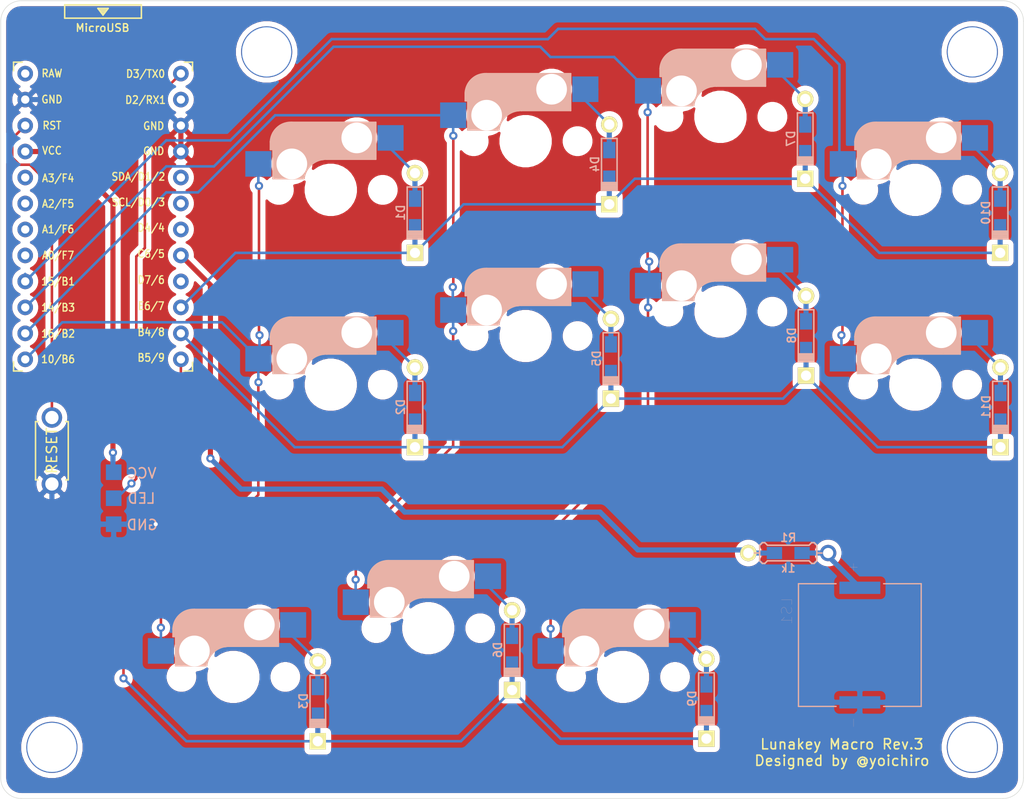
<source format=kicad_pcb>
(kicad_pcb (version 20171130) (host pcbnew "(5.1.7-0-10_14)")
  (title_block (title "Lunakey Macro") (rev 3) (company "Yoichiro Tanaka"))
  (layers (0 F.Cu signal) (31 B.Cu signal) (34 B.Paste user) (35 F.Paste user) (36 B.SilkS user) (37 F.SilkS user) (38 B.Mask user) (39 F.Mask user) (44 Edge.Cuts user))
  (net 0 "")
  (net 1 "Net-(D1-Pad2)")
  (net 2 row0)
  (net 3 row1)
  (net 4 "Net-(D2-Pad2)")
  (net 5 row2)
  (net 6 "Net-(D3-Pad2)")
  (net 7 "Net-(D4-Pad2)")
  (net 8 "Net-(D5-Pad2)")
  (net 9 "Net-(D6-Pad2)")
  (net 10 "Net-(D7-Pad2)")
  (net 11 "Net-(D8-Pad2)")
  (net 12 "Net-(D9-Pad2)")
  (net 13 "Net-(D10-Pad2)")
  (net 14 "Net-(D11-Pad2)")
  (net 15 GND)
  (net 16 led)
  (net 17 VCC)
  (net 18 "Net-(LS1-PadP)")
  (net 19 audio)
  (net 20 col0)
  (net 21 col1)
  (net 22 col2)
  (net 23 col3)
  (net 24 reset)
  (net 25 "Net-(U1-Pad2)")
  (net 26 "Net-(U1-Pad5)")
  (net 27 "Net-(U1-Pad6)")
  (net 28 "Net-(U1-Pad7)")
  (net 29 "Net-(U1-Pad9)")
  (net 30 "Net-(U1-Pad18)")
  (net 31 "Net-(U1-Pad19)")
  (net 32 "Net-(U1-Pad20)")
  (net 33 "Net-(U1-Pad24)")
  (net 34 "Net-(U1-Pad17)")
  (module kbd:HOLE (layer F.Cu) (at 130.83 66.9225)
    (fp_text reference Ref**)
    (fp_text value Val**)
    (pad "" np_thru_hole circle (at 0 0) (size 5 5) (drill 4.8) (layers *.Cu *.Mask))
  )
  (module kbd:HOLE (layer F.Cu) (at 109.83 134.9225)
    (fp_text reference Ref**)
    (fp_text value Val**)
    (pad "" np_thru_hole circle (at 0 0) (size 5 5) (drill 4.8) (layers *.Cu *.Mask))
  )
  (module kbd:HOLE (layer F.Cu) (at 199.83 134.9225)
    (fp_text reference Ref**)
    (fp_text value Val**)
    (pad "" np_thru_hole circle (at 0 0) (size 5 5) (drill 4.8) (layers *.Cu *.Mask))
  )
  (module kbd:HOLE (layer F.Cu) (at 199.83 66.9225)
    (fp_text reference Ref**)
    (fp_text value Val**)
    (pad "" np_thru_hole circle (at 0 0) (size 5 5) (drill 4.8) (layers *.Cu *.Mask))
  )
  (module Keebio-Parts:Diode-Hybrid-Back (layer F.Cu) (at 145.33 82.6725 270)
    (fp_text reference D1 (at -0.0254 1.4 90) (layer B.SilkS) (effects (font (size 0.8 0.8)) (justify mirror)))
    (fp_text value D hide)
    (pad 2 smd rect (at -2.5 0 270) (size 2.9 0.5) (layers B.Cu) (net 1 "Net-(D1-Pad2)"))
    (pad 2 smd rect (at -1.4 0 270) (size 1.6 1.2) (layers B.Cu B.Paste B.Mask) (net 1 "Net-(D1-Pad2)"))
    (pad 1 smd rect (at 1.4 0 270) (size 1.6 1.2) (layers B.Cu B.Paste B.Mask) (net 2 row0))
    (pad 1 smd rect (at 2.5 0 270) (size 2.9 0.5) (layers B.Cu) (net 2 row0))
    (pad 2 thru_hole circle (at -3.9 0 270) (size 1.6 1.6) (drill 1) (layers *.Cu *.Mask F.SilkS) (net 1 "Net-(D1-Pad2)"))
    (pad 1 thru_hole rect (at 3.9 0 270) (size 1.6 1.6) (drill 1) (layers *.Cu *.Mask F.SilkS) (net 2 row0))
  )
  (module Keebio-Parts:Diode-Hybrid-Back (layer F.Cu) (at 145.33 101.6725 270)
    (fp_text reference D2 (at -0.0254 1.4 90) (layer B.SilkS) (effects (font (size 0.8 0.8)) (justify mirror)))
    (fp_text value D hide)
    (pad 1 thru_hole rect (at 3.9 0 270) (size 1.6 1.6) (drill 1) (layers *.Cu *.Mask F.SilkS) (net 3 row1))
    (pad 2 thru_hole circle (at -3.9 0 270) (size 1.6 1.6) (drill 1) (layers *.Cu *.Mask F.SilkS) (net 4 "Net-(D2-Pad2)"))
    (pad 1 smd rect (at 2.5 0 270) (size 2.9 0.5) (layers B.Cu) (net 3 row1))
    (pad 1 smd rect (at 1.4 0 270) (size 1.6 1.2) (layers B.Cu B.Paste B.Mask) (net 3 row1))
    (pad 2 smd rect (at -1.4 0 270) (size 1.6 1.2) (layers B.Cu B.Paste B.Mask) (net 4 "Net-(D2-Pad2)"))
    (pad 2 smd rect (at -2.5 0 270) (size 2.9 0.5) (layers B.Cu) (net 4 "Net-(D2-Pad2)"))
  )
  (module Keebio-Parts:Diode-Hybrid-Back (layer F.Cu) (at 135.83 130.4225 270)
    (fp_text reference D3 (at -0.0254 1.4 90) (layer B.SilkS) (effects (font (size 0.8 0.8)) (justify mirror)))
    (fp_text value D hide)
    (pad 1 thru_hole rect (at 3.9 0 270) (size 1.6 1.6) (drill 1) (layers *.Cu *.Mask F.SilkS) (net 5 row2))
    (pad 2 thru_hole circle (at -3.9 0 270) (size 1.6 1.6) (drill 1) (layers *.Cu *.Mask F.SilkS) (net 6 "Net-(D3-Pad2)"))
    (pad 1 smd rect (at 2.5 0 270) (size 2.9 0.5) (layers B.Cu) (net 5 row2))
    (pad 1 smd rect (at 1.4 0 270) (size 1.6 1.2) (layers B.Cu B.Paste B.Mask) (net 5 row2))
    (pad 2 smd rect (at -1.4 0 270) (size 1.6 1.2) (layers B.Cu B.Paste B.Mask) (net 6 "Net-(D3-Pad2)"))
    (pad 2 smd rect (at -2.5 0 270) (size 2.9 0.5) (layers B.Cu) (net 6 "Net-(D3-Pad2)"))
  )
  (module Keebio-Parts:Diode-Hybrid-Back (layer F.Cu) (at 164.33 77.9225 270)
    (fp_text reference D4 (at -0.0254 1.4 90) (layer B.SilkS) (effects (font (size 0.8 0.8)) (justify mirror)))
    (fp_text value D hide)
    (pad 1 thru_hole rect (at 3.9 0 270) (size 1.6 1.6) (drill 1) (layers *.Cu *.Mask F.SilkS) (net 2 row0))
    (pad 2 thru_hole circle (at -3.9 0 270) (size 1.6 1.6) (drill 1) (layers *.Cu *.Mask F.SilkS) (net 7 "Net-(D4-Pad2)"))
    (pad 1 smd rect (at 2.5 0 270) (size 2.9 0.5) (layers B.Cu) (net 2 row0))
    (pad 1 smd rect (at 1.4 0 270) (size 1.6 1.2) (layers B.Cu B.Paste B.Mask) (net 2 row0))
    (pad 2 smd rect (at -1.4 0 270) (size 1.6 1.2) (layers B.Cu B.Paste B.Mask) (net 7 "Net-(D4-Pad2)"))
    (pad 2 smd rect (at -2.5 0 270) (size 2.9 0.5) (layers B.Cu) (net 7 "Net-(D4-Pad2)"))
  )
  (module Keebio-Parts:Diode-Hybrid-Back (layer F.Cu) (at 164.49 96.9225 270)
    (fp_text reference D5 (at -0.0254 1.4 90) (layer B.SilkS) (effects (font (size 0.8 0.8)) (justify mirror)))
    (fp_text value D hide)
    (pad 1 thru_hole rect (at 3.9 0 270) (size 1.6 1.6) (drill 1) (layers *.Cu *.Mask F.SilkS) (net 3 row1))
    (pad 2 thru_hole circle (at -3.9 0 270) (size 1.6 1.6) (drill 1) (layers *.Cu *.Mask F.SilkS) (net 8 "Net-(D5-Pad2)"))
    (pad 1 smd rect (at 2.5 0 270) (size 2.9 0.5) (layers B.Cu) (net 3 row1))
    (pad 1 smd rect (at 1.4 0 270) (size 1.6 1.2) (layers B.Cu B.Paste B.Mask) (net 3 row1))
    (pad 2 smd rect (at -1.4 0 270) (size 1.6 1.2) (layers B.Cu B.Paste B.Mask) (net 8 "Net-(D5-Pad2)"))
    (pad 2 smd rect (at -2.5 0 270) (size 2.9 0.5) (layers B.Cu) (net 8 "Net-(D5-Pad2)"))
  )
  (module Keebio-Parts:Diode-Hybrid-Back (layer F.Cu) (at 154.83 125.4225 270)
    (fp_text reference D6 (at -0.0254 1.4 90) (layer B.SilkS) (effects (font (size 0.8 0.8)) (justify mirror)))
    (fp_text value D hide)
    (pad 1 thru_hole rect (at 3.9 0 270) (size 1.6 1.6) (drill 1) (layers *.Cu *.Mask F.SilkS) (net 5 row2))
    (pad 2 thru_hole circle (at -3.9 0 270) (size 1.6 1.6) (drill 1) (layers *.Cu *.Mask F.SilkS) (net 9 "Net-(D6-Pad2)"))
    (pad 1 smd rect (at 2.5 0 270) (size 2.9 0.5) (layers B.Cu) (net 5 row2))
    (pad 1 smd rect (at 1.4 0 270) (size 1.6 1.2) (layers B.Cu B.Paste B.Mask) (net 5 row2))
    (pad 2 smd rect (at -1.4 0 270) (size 1.6 1.2) (layers B.Cu B.Paste B.Mask) (net 9 "Net-(D6-Pad2)"))
    (pad 2 smd rect (at -2.5 0 270) (size 2.9 0.5) (layers B.Cu) (net 9 "Net-(D6-Pad2)"))
  )
  (module Keebio-Parts:Diode-Hybrid-Back (layer F.Cu) (at 183.49 75.4225 270)
    (fp_text reference D7 (at -0.0254 1.4 90) (layer B.SilkS) (effects (font (size 0.8 0.8)) (justify mirror)))
    (fp_text value D hide)
    (pad 2 smd rect (at -2.5 0 270) (size 2.9 0.5) (layers B.Cu) (net 10 "Net-(D7-Pad2)"))
    (pad 2 smd rect (at -1.4 0 270) (size 1.6 1.2) (layers B.Cu B.Paste B.Mask) (net 10 "Net-(D7-Pad2)"))
    (pad 1 smd rect (at 1.4 0 270) (size 1.6 1.2) (layers B.Cu B.Paste B.Mask) (net 2 row0))
    (pad 1 smd rect (at 2.5 0 270) (size 2.9 0.5) (layers B.Cu) (net 2 row0))
    (pad 2 thru_hole circle (at -3.9 0 270) (size 1.6 1.6) (drill 1) (layers *.Cu *.Mask F.SilkS) (net 10 "Net-(D7-Pad2)"))
    (pad 1 thru_hole rect (at 3.9 0 270) (size 1.6 1.6) (drill 1) (layers *.Cu *.Mask F.SilkS) (net 2 row0))
  )
  (module Keebio-Parts:Diode-Hybrid-Back (layer F.Cu) (at 183.57 94.6725 270)
    (fp_text reference D8 (at -0.0254 1.4 90) (layer B.SilkS) (effects (font (size 0.8 0.8)) (justify mirror)))
    (fp_text value D hide)
    (pad 2 smd rect (at -2.5 0 270) (size 2.9 0.5) (layers B.Cu) (net 11 "Net-(D8-Pad2)"))
    (pad 2 smd rect (at -1.4 0 270) (size 1.6 1.2) (layers B.Cu B.Paste B.Mask) (net 11 "Net-(D8-Pad2)"))
    (pad 1 smd rect (at 1.4 0 270) (size 1.6 1.2) (layers B.Cu B.Paste B.Mask) (net 3 row1))
    (pad 1 smd rect (at 2.5 0 270) (size 2.9 0.5) (layers B.Cu) (net 3 row1))
    (pad 2 thru_hole circle (at -3.9 0 270) (size 1.6 1.6) (drill 1) (layers *.Cu *.Mask F.SilkS) (net 11 "Net-(D8-Pad2)"))
    (pad 1 thru_hole rect (at 3.9 0 270) (size 1.6 1.6) (drill 1) (layers *.Cu *.Mask F.SilkS) (net 3 row1))
  )
  (module Keebio-Parts:Diode-Hybrid-Back (layer F.Cu) (at 173.83 130.1725 270)
    (fp_text reference D9 (at -0.0254 1.4 90) (layer B.SilkS) (effects (font (size 0.8 0.8)) (justify mirror)))
    (fp_text value D hide)
    (pad 2 smd rect (at -2.5 0 270) (size 2.9 0.5) (layers B.Cu) (net 12 "Net-(D9-Pad2)"))
    (pad 2 smd rect (at -1.4 0 270) (size 1.6 1.2) (layers B.Cu B.Paste B.Mask) (net 12 "Net-(D9-Pad2)"))
    (pad 1 smd rect (at 1.4 0 270) (size 1.6 1.2) (layers B.Cu B.Paste B.Mask) (net 5 row2))
    (pad 1 smd rect (at 2.5 0 270) (size 2.9 0.5) (layers B.Cu) (net 5 row2))
    (pad 2 thru_hole circle (at -3.9 0 270) (size 1.6 1.6) (drill 1) (layers *.Cu *.Mask F.SilkS) (net 12 "Net-(D9-Pad2)"))
    (pad 1 thru_hole rect (at 3.9 0 270) (size 1.6 1.6) (drill 1) (layers *.Cu *.Mask F.SilkS) (net 5 row2))
  )
  (module Keebio-Parts:Diode-Hybrid-Back (layer F.Cu) (at 202.55 82.6725 270)
    (fp_text reference D10 (at -0.0254 1.4 90) (layer B.SilkS) (effects (font (size 0.8 0.8)) (justify mirror)))
    (fp_text value D hide)
    (pad 2 smd rect (at -2.5 0 270) (size 2.9 0.5) (layers B.Cu) (net 13 "Net-(D10-Pad2)"))
    (pad 2 smd rect (at -1.4 0 270) (size 1.6 1.2) (layers B.Cu B.Paste B.Mask) (net 13 "Net-(D10-Pad2)"))
    (pad 1 smd rect (at 1.4 0 270) (size 1.6 1.2) (layers B.Cu B.Paste B.Mask) (net 2 row0))
    (pad 1 smd rect (at 2.5 0 270) (size 2.9 0.5) (layers B.Cu) (net 2 row0))
    (pad 2 thru_hole circle (at -3.9 0 270) (size 1.6 1.6) (drill 1) (layers *.Cu *.Mask F.SilkS) (net 13 "Net-(D10-Pad2)"))
    (pad 1 thru_hole rect (at 3.9 0 270) (size 1.6 1.6) (drill 1) (layers *.Cu *.Mask F.SilkS) (net 2 row0))
  )
  (module Keebio-Parts:Diode-Hybrid-Back (layer F.Cu) (at 202.58 101.6725 270)
    (fp_text reference D11 (at -0.0254 1.4 90) (layer B.SilkS) (effects (font (size 0.8 0.8)) (justify mirror)))
    (fp_text value D hide)
    (pad 2 smd rect (at -2.5 0 270) (size 2.9 0.5) (layers B.Cu) (net 14 "Net-(D11-Pad2)"))
    (pad 2 smd rect (at -1.4 0 270) (size 1.6 1.2) (layers B.Cu B.Paste B.Mask) (net 14 "Net-(D11-Pad2)"))
    (pad 1 smd rect (at 1.4 0 270) (size 1.6 1.2) (layers B.Cu B.Paste B.Mask) (net 3 row1))
    (pad 1 smd rect (at 2.5 0 270) (size 2.9 0.5) (layers B.Cu) (net 3 row1))
    (pad 2 thru_hole circle (at -3.9 0 270) (size 1.6 1.6) (drill 1) (layers *.Cu *.Mask F.SilkS) (net 14 "Net-(D11-Pad2)"))
    (pad 1 thru_hole rect (at 3.9 0 270) (size 1.6 1.6) (drill 1) (layers *.Cu *.Mask F.SilkS) (net 3 row1))
  )
  (module kbd:StripLED_1side (layer B.Cu) (at 115.87 108.0225 180)
    (fp_text reference J1 hide)
    (fp_text value Conn_01x03 hide)
    (fp_text user VCC (at -2.75 -0.1) (layer B.SilkS) (effects (justify mirror)))
    (fp_text user LED (at -2.71 -2.56) (layer B.SilkS) (effects (justify mirror)))
    (fp_text user GND (at -2.8 -5.15) (layer B.SilkS) (effects (justify mirror)))
    (pad 3 smd rect (at 0 -5.08 180) (size 1.524 1.524) (layers B.Cu B.Mask) (net 15 GND))
    (pad 2 smd rect (at 0 -2.54 180) (size 1.524 1.524) (layers B.Cu B.Mask) (net 16 led))
    (pad 1 smd rect (at 0 0 180) (size 1.524 1.524) (layers B.Cu B.Mask) (net 17 VCC))
  )
  (module PKLCS1212E4001-R1:SPKR_PKLCS1212E4001-R1 (layer B.Cu) (at 188.83 124.9225 270)
    (fp_text reference LS1 (at -3.325 7.135 90) (layer B.SilkS) (effects (font (thickness 0.015)) (justify mirror)))
    (fp_text value PKLCS1212E4001-R1)
    (fp_text user + (at -7.6 0.7 90) (layer B.SilkS) (effects (font (thickness 0.015)) (justify mirror)))
    (fp_text user - (at 7.6 0.7 90) (layer B.SilkS) (effects (font (thickness 0.015)) (justify mirror)))
    (pad P smd rect (at -5.6 0 270) (size 1.2 4) (layers B.Cu B.Paste B.Mask) (net 18 "Net-(LS1-PadP)"))
    (pad N smd rect (at 5.6 0 270) (size 1.2 4) (layers B.Cu B.Paste B.Mask) (net 15 GND))
  )
  (module Keebio-Parts:Resistor-Hybrid-Back (layer F.Cu) (at 181.83 115.9225)
    (fp_text reference R1 (at 0 -1.5) (layer B.SilkS) (effects (font (size 0.8 0.8)) (justify mirror)))
    (fp_text value 1k (at 0 1.48828) (layer B.SilkS) (effects (font (size 0.8 0.8)) (justify mirror)))
    (pad 2 smd rect (at -2.5 0) (size 2.9 0.5) (layers B.Cu) (net 19 audio))
    (pad 2 smd rect (at -1.35 0) (size 1.5 1.2) (layers B.Cu B.Paste B.Mask) (net 19 audio))
    (pad 1 smd rect (at 1.35 0) (size 1.5 1.2) (layers B.Cu B.Paste B.Mask) (net 18 "Net-(LS1-PadP)"))
    (pad 1 smd rect (at 2.5 0) (size 2.9 0.5) (layers B.Cu) (net 18 "Net-(LS1-PadP)"))
    (pad 2 thru_hole circle (at -3.9 0) (size 1.6 1.6) (drill 1) (layers *.Cu *.Mask F.SilkS) (net 19 audio))
    (pad 1 thru_hole circle (at 3.9 0) (size 1.6 1.6) (drill 1) (layers *.Cu *.Mask) (net 18 "Net-(LS1-PadP)"))
  )
  (module kbd:CherryMX_Hotswap (layer F.Cu) (at 137.1 80.4125)
    (fp_text reference SW1 hide)
    (fp_text value SW_PUSH hide)
    (pad 1 smd rect (at -7.085 -2.54 180) (size 2.55 2.5) (layers B.Cu B.Paste B.Mask) (net 20 col0))
    (pad "" np_thru_hole circle (at 0 0 90) (size 4.1 4.1) (drill 4.1) (layers *.Cu *.Mask))
    (pad "" np_thru_hole circle (at 5.08 0) (size 1.9 1.9) (drill 1.9) (layers *.Cu *.Mask))
    (pad "" np_thru_hole circle (at -5.08 0) (size 1.9 1.9) (drill 1.9) (layers *.Cu *.Mask))
    (pad 2 smd rect (at 5.842 -5.08 180) (size 2.55 2.5) (layers B.Cu B.Paste B.Mask) (net 1 "Net-(D1-Pad2)"))
    (pad "" np_thru_hole circle (at -3.81 -2.54) (size 3 3) (drill 3) (layers *.Cu *.Mask))
    (pad "" np_thru_hole circle (at 2.54 -5.08) (size 3 3) (drill 3) (layers *.Cu *.Mask))
  )
  (module kbd:CherryMX_Hotswap (layer F.Cu) (at 137.1 99.4625)
    (fp_text reference SW2 hide)
    (fp_text value SW_PUSH hide)
    (pad "" np_thru_hole circle (at 2.54 -5.08) (size 3 3) (drill 3) (layers *.Cu *.Mask))
    (pad "" np_thru_hole circle (at -3.81 -2.54) (size 3 3) (drill 3) (layers *.Cu *.Mask))
    (pad 2 smd rect (at 5.842 -5.08 180) (size 2.55 2.5) (layers B.Cu B.Paste B.Mask) (net 4 "Net-(D2-Pad2)"))
    (pad "" np_thru_hole circle (at -5.08 0) (size 1.9 1.9) (drill 1.9) (layers *.Cu *.Mask))
    (pad "" np_thru_hole circle (at 5.08 0) (size 1.9 1.9) (drill 1.9) (layers *.Cu *.Mask))
    (pad "" np_thru_hole circle (at 0 0 90) (size 4.1 4.1) (drill 4.1) (layers *.Cu *.Mask))
    (pad 1 smd rect (at -7.085 -2.54 180) (size 2.55 2.5) (layers B.Cu B.Paste B.Mask) (net 20 col0))
  )
  (module kbd:CherryMX_Hotswap (layer F.Cu) (at 127.575 128.0375)
    (fp_text reference SW3 hide)
    (fp_text value SW_PUSH hide)
    (pad "" np_thru_hole circle (at 2.54 -5.08) (size 3 3) (drill 3) (layers *.Cu *.Mask))
    (pad "" np_thru_hole circle (at -3.81 -2.54) (size 3 3) (drill 3) (layers *.Cu *.Mask))
    (pad 2 smd rect (at 5.842 -5.08 180) (size 2.55 2.5) (layers B.Cu B.Paste B.Mask) (net 6 "Net-(D3-Pad2)"))
    (pad "" np_thru_hole circle (at -5.08 0) (size 1.9 1.9) (drill 1.9) (layers *.Cu *.Mask))
    (pad "" np_thru_hole circle (at 5.08 0) (size 1.9 1.9) (drill 1.9) (layers *.Cu *.Mask))
    (pad "" np_thru_hole circle (at 0 0 90) (size 4.1 4.1) (drill 4.1) (layers *.Cu *.Mask))
    (pad 1 smd rect (at -7.085 -2.54 180) (size 2.55 2.5) (layers B.Cu B.Paste B.Mask) (net 20 col0))
  )
  (module kbd:CherryMX_Hotswap (layer F.Cu) (at 156.15 75.6525)
    (fp_text reference SW4 hide)
    (fp_text value SW_PUSH hide)
    (pad 1 smd rect (at -7.085 -2.54 180) (size 2.55 2.5) (layers B.Cu B.Paste B.Mask) (net 21 col1))
    (pad "" np_thru_hole circle (at 0 0 90) (size 4.1 4.1) (drill 4.1) (layers *.Cu *.Mask))
    (pad "" np_thru_hole circle (at 5.08 0) (size 1.9 1.9) (drill 1.9) (layers *.Cu *.Mask))
    (pad "" np_thru_hole circle (at -5.08 0) (size 1.9 1.9) (drill 1.9) (layers *.Cu *.Mask))
    (pad 2 smd rect (at 5.842 -5.08 180) (size 2.55 2.5) (layers B.Cu B.Paste B.Mask) (net 7 "Net-(D4-Pad2)"))
    (pad "" np_thru_hole circle (at -3.81 -2.54) (size 3 3) (drill 3) (layers *.Cu *.Mask))
    (pad "" np_thru_hole circle (at 2.54 -5.08) (size 3 3) (drill 3) (layers *.Cu *.Mask))
  )
  (module kbd:CherryMX_Hotswap (layer F.Cu) (at 156.15 94.7025)
    (fp_text reference SW5 hide)
    (fp_text value SW_PUSH hide)
    (pad 1 smd rect (at -7.085 -2.54 180) (size 2.55 2.5) (layers B.Cu B.Paste B.Mask) (net 21 col1))
    (pad "" np_thru_hole circle (at 0 0 90) (size 4.1 4.1) (drill 4.1) (layers *.Cu *.Mask))
    (pad "" np_thru_hole circle (at 5.08 0) (size 1.9 1.9) (drill 1.9) (layers *.Cu *.Mask))
    (pad "" np_thru_hole circle (at -5.08 0) (size 1.9 1.9) (drill 1.9) (layers *.Cu *.Mask))
    (pad 2 smd rect (at 5.842 -5.08 180) (size 2.55 2.5) (layers B.Cu B.Paste B.Mask) (net 8 "Net-(D5-Pad2)"))
    (pad "" np_thru_hole circle (at -3.81 -2.54) (size 3 3) (drill 3) (layers *.Cu *.Mask))
    (pad "" np_thru_hole circle (at 2.54 -5.08) (size 3 3) (drill 3) (layers *.Cu *.Mask))
  )
  (module kbd:CherryMX_Hotswap (layer F.Cu) (at 146.63 123.2725)
    (fp_text reference SW6 hide)
    (fp_text value SW_PUSH hide)
    (pad 1 smd rect (at -7.085 -2.54 180) (size 2.55 2.5) (layers B.Cu B.Paste B.Mask) (net 21 col1))
    (pad "" np_thru_hole circle (at 0 0 90) (size 4.1 4.1) (drill 4.1) (layers *.Cu *.Mask))
    (pad "" np_thru_hole circle (at 5.08 0) (size 1.9 1.9) (drill 1.9) (layers *.Cu *.Mask))
    (pad "" np_thru_hole circle (at -5.08 0) (size 1.9 1.9) (drill 1.9) (layers *.Cu *.Mask))
    (pad 2 smd rect (at 5.842 -5.08 180) (size 2.55 2.5) (layers B.Cu B.Paste B.Mask) (net 9 "Net-(D6-Pad2)"))
    (pad "" np_thru_hole circle (at -3.81 -2.54) (size 3 3) (drill 3) (layers *.Cu *.Mask))
    (pad "" np_thru_hole circle (at 2.54 -5.08) (size 3 3) (drill 3) (layers *.Cu *.Mask))
  )
  (module kbd:CherryMX_Hotswap (layer F.Cu) (at 175.2 73.27)
    (fp_text reference SW7 hide)
    (fp_text value SW_PUSH hide)
    (pad 1 smd rect (at -7.085 -2.54 180) (size 2.55 2.5) (layers B.Cu B.Paste B.Mask) (net 22 col2))
    (pad "" np_thru_hole circle (at 0 0 90) (size 4.1 4.1) (drill 4.1) (layers *.Cu *.Mask))
    (pad "" np_thru_hole circle (at 5.08 0) (size 1.9 1.9) (drill 1.9) (layers *.Cu *.Mask))
    (pad "" np_thru_hole circle (at -5.08 0) (size 1.9 1.9) (drill 1.9) (layers *.Cu *.Mask))
    (pad 2 smd rect (at 5.842 -5.08 180) (size 2.55 2.5) (layers B.Cu B.Paste B.Mask) (net 10 "Net-(D7-Pad2)"))
    (pad "" np_thru_hole circle (at -3.81 -2.54) (size 3 3) (drill 3) (layers *.Cu *.Mask))
    (pad "" np_thru_hole circle (at 2.54 -5.08) (size 3 3) (drill 3) (layers *.Cu *.Mask))
  )
  (module kbd:CherryMX_Hotswap (layer F.Cu) (at 175.2 92.32)
    (fp_text reference SW8 hide)
    (fp_text value SW_PUSH hide)
    (pad "" np_thru_hole circle (at 2.54 -5.08) (size 3 3) (drill 3) (layers *.Cu *.Mask))
    (pad "" np_thru_hole circle (at -3.81 -2.54) (size 3 3) (drill 3) (layers *.Cu *.Mask))
    (pad 2 smd rect (at 5.842 -5.08 180) (size 2.55 2.5) (layers B.Cu B.Paste B.Mask) (net 11 "Net-(D8-Pad2)"))
    (pad "" np_thru_hole circle (at -5.08 0) (size 1.9 1.9) (drill 1.9) (layers *.Cu *.Mask))
    (pad "" np_thru_hole circle (at 5.08 0) (size 1.9 1.9) (drill 1.9) (layers *.Cu *.Mask))
    (pad "" np_thru_hole circle (at 0 0 90) (size 4.1 4.1) (drill 4.1) (layers *.Cu *.Mask))
    (pad 1 smd rect (at -7.085 -2.54 180) (size 2.55 2.5) (layers B.Cu B.Paste B.Mask) (net 22 col2))
  )
  (module kbd:CherryMX_Hotswap (layer F.Cu) (at 165.68 128.0375)
    (fp_text reference SW9 hide)
    (fp_text value SW_PUSH hide)
    (pad "" np_thru_hole circle (at 2.54 -5.08) (size 3 3) (drill 3) (layers *.Cu *.Mask))
    (pad "" np_thru_hole circle (at -3.81 -2.54) (size 3 3) (drill 3) (layers *.Cu *.Mask))
    (pad 2 smd rect (at 5.842 -5.08 180) (size 2.55 2.5) (layers B.Cu B.Paste B.Mask) (net 12 "Net-(D9-Pad2)"))
    (pad "" np_thru_hole circle (at -5.08 0) (size 1.9 1.9) (drill 1.9) (layers *.Cu *.Mask))
    (pad "" np_thru_hole circle (at 5.08 0) (size 1.9 1.9) (drill 1.9) (layers *.Cu *.Mask))
    (pad "" np_thru_hole circle (at 0 0 90) (size 4.1 4.1) (drill 4.1) (layers *.Cu *.Mask))
    (pad 1 smd rect (at -7.085 -2.54 180) (size 2.55 2.5) (layers B.Cu B.Paste B.Mask) (net 22 col2))
  )
  (module kbd:CherryMX_Hotswap (layer F.Cu) (at 194.25 80.4125)
    (fp_text reference SW10 hide)
    (fp_text value SW_PUSH hide)
    (pad "" np_thru_hole circle (at 2.54 -5.08) (size 3 3) (drill 3) (layers *.Cu *.Mask))
    (pad "" np_thru_hole circle (at -3.81 -2.54) (size 3 3) (drill 3) (layers *.Cu *.Mask))
    (pad 2 smd rect (at 5.842 -5.08 180) (size 2.55 2.5) (layers B.Cu B.Paste B.Mask) (net 13 "Net-(D10-Pad2)"))
    (pad "" np_thru_hole circle (at -5.08 0) (size 1.9 1.9) (drill 1.9) (layers *.Cu *.Mask))
    (pad "" np_thru_hole circle (at 5.08 0) (size 1.9 1.9) (drill 1.9) (layers *.Cu *.Mask))
    (pad "" np_thru_hole circle (at 0 0 90) (size 4.1 4.1) (drill 4.1) (layers *.Cu *.Mask))
    (pad 1 smd rect (at -7.085 -2.54 180) (size 2.55 2.5) (layers B.Cu B.Paste B.Mask) (net 23 col3))
  )
  (module kbd:CherryMX_Hotswap (layer F.Cu) (at 194.25 99.4625)
    (fp_text reference SW11 hide)
    (fp_text value SW_PUSH hide)
    (pad "" np_thru_hole circle (at 2.54 -5.08) (size 3 3) (drill 3) (layers *.Cu *.Mask))
    (pad "" np_thru_hole circle (at -3.81 -2.54) (size 3 3) (drill 3) (layers *.Cu *.Mask))
    (pad 2 smd rect (at 5.842 -5.08 180) (size 2.55 2.5) (layers B.Cu B.Paste B.Mask) (net 14 "Net-(D11-Pad2)"))
    (pad "" np_thru_hole circle (at -5.08 0) (size 1.9 1.9) (drill 1.9) (layers *.Cu *.Mask))
    (pad "" np_thru_hole circle (at 5.08 0) (size 1.9 1.9) (drill 1.9) (layers *.Cu *.Mask))
    (pad "" np_thru_hole circle (at 0 0 90) (size 4.1 4.1) (drill 4.1) (layers *.Cu *.Mask))
    (pad 1 smd rect (at -7.085 -2.54 180) (size 2.55 2.5) (layers B.Cu B.Paste B.Mask) (net 23 col3))
  )
  (module kbd:ResetSW_1side (layer F.Cu) (at 109.83 105.9225 90)
    (fp_text reference SW12 hide)
    (fp_text value RESET_SWITCH)
    (fp_text user RESET (at 0 0 90) (layer F.SilkS))
    (pad 1 thru_hole circle (at 3.25 0 90) (size 2 2) (drill 1.3) (layers *.Cu B.Mask) (net 24 reset))
    (pad 2 thru_hole circle (at -3.25 0 90) (size 2 2) (drill 1.3) (layers *.Cu B.Mask) (net 15 GND))
  )
  (module kbd:ProMicro_v3 (layer F.Cu) (at 114.83 83.5225)
    (fp_text reference U1 hide)
    (fp_text value ProMicro hide)
    (fp_text user MicroUSB (at -0.05 -18.95) (layer F.SilkS) (effects (font (size 0.75 0.75) (thickness 0.12))))
    (fp_text user MicroUSB (at -0.05 -18.95) (layer F.SilkS) (effects (font (size 0.75 0.75) (thickness 0.12))))
    (fp_text user B4/8 (at 4.705 10.8 unlocked) (layer F.SilkS) (effects (font (size 0.75 0.67) (thickness 0.125))))
    (fp_text user D2/RX1 (at 4.155 -11.9 unlocked) (layer F.SilkS) (effects (font (size 0.75 0.67) (thickness 0.125))))
    (fp_text user B5/9 (at 4.705 13.3 unlocked) (layer F.SilkS) (effects (font (size 0.75 0.67) (thickness 0.125))))
    (fp_text user C6/5 (at 4.705 3.15 unlocked) (layer F.SilkS) (effects (font (size 0.75 0.67) (thickness 0.125))))
    (fp_text user SCL/D0/3 (at 3.455 -1.9 unlocked) (layer F.SilkS) (effects (font (size 0.75 0.67) (thickness 0.125))))
    (fp_text user SDA/D1/2 (at 3.455 -4.4 unlocked) (layer F.SilkS) (effects (font (size 0.75 0.67) (thickness 0.125))))
    (fp_text user D4/4 (at 4.705 0.6 unlocked) (layer F.SilkS) (effects (font (size 0.75 0.67) (thickness 0.125))))
    (fp_text user D3/TX0 (at 4.155 -14.45 unlocked) (layer F.SilkS) (effects (font (size 0.75 0.67) (thickness 0.125))))
    (fp_text user GND (at 4.955 -6.9 unlocked) (layer F.SilkS) (effects (font (size 0.75 0.67) (thickness 0.125))))
    (fp_text user GND (at 4.955 -9.35 unlocked) (layer F.SilkS) (effects (font (size 0.75 0.67) (thickness 0.125))))
    (fp_text user D7/6 (at 4.705 5.7 unlocked) (layer F.SilkS) (effects (font (size 0.75 0.67) (thickness 0.125))))
    (fp_text user E6/7 (at 4.705 8.25 unlocked) (layer F.SilkS) (effects (font (size 0.75 0.67) (thickness 0.125))))
    (fp_text user 16/B2 (at -4.395 10.95 unlocked) (layer F.SilkS) (effects (font (size 0.75 0.67) (thickness 0.125))))
    (fp_text user 10/B6 (at -4.395 13.45 unlocked) (layer F.SilkS) (effects (font (size 0.75 0.67) (thickness 0.125))))
    (fp_text user 14/B3 (at -4.395 8.4 unlocked) (layer F.SilkS) (effects (font (size 0.75 0.67) (thickness 0.125))))
    (fp_text user 15/B1 (at -4.395 5.85 unlocked) (layer F.SilkS) (effects (font (size 0.75 0.67) (thickness 0.125))))
    (fp_text user A0/F7 (at -4.395 3.3 unlocked) (layer F.SilkS) (effects (font (size 0.75 0.67) (thickness 0.125))))
    (fp_text user A1/F6 (at -4.395 0.75 unlocked) (layer F.SilkS) (effects (font (size 0.75 0.67) (thickness 0.125))))
    (fp_text user A2/F5 (at -4.395 -1.75 unlocked) (layer F.SilkS) (effects (font (size 0.75 0.67) (thickness 0.125))))
    (fp_text user A3/F4 (at -4.395 -4.25 unlocked) (layer F.SilkS) (effects (font (size 0.75 0.67) (thickness 0.125))))
    (fp_text user VCC (at -4.995 -6.95 unlocked) (layer F.SilkS) (effects (font (size 0.75 0.67) (thickness 0.125))))
    (fp_text user RST (at -4.995 -9.4 unlocked) (layer F.SilkS) (effects (font (size 0.75 0.67) (thickness 0.125))))
    (fp_text user GND (at -4.995 -11.95 unlocked) (layer F.SilkS) (effects (font (size 0.75 0.67) (thickness 0.125))))
    (fp_text user RAW (at -4.995 -14.5 unlocked) (layer F.SilkS) (effects (font (size 0.75 0.67) (thickness 0.125))))
    (pad 1 thru_hole circle (at 7.6114 -14.478) (size 1.524 1.524) (drill 0.8128) (layers *.Cu B.Mask) (net 16 led))
    (pad 2 thru_hole circle (at 7.6114 -11.938) (size 1.524 1.524) (drill 0.8128) (layers *.Cu B.Mask) (net 25 "Net-(U1-Pad2)"))
    (pad 3 thru_hole circle (at 7.6114 -9.398) (size 1.524 1.524) (drill 0.8128) (layers *.Cu B.Mask) (net 15 GND))
    (pad 4 thru_hole circle (at 7.6114 -6.858) (size 1.524 1.524) (drill 0.8128) (layers *.Cu B.Mask) (net 15 GND))
    (pad 5 thru_hole circle (at 7.6114 -4.318) (size 1.524 1.524) (drill 0.8128) (layers *.Cu B.Mask) (net 26 "Net-(U1-Pad5)"))
    (pad 6 thru_hole circle (at 7.6114 -1.778) (size 1.524 1.524) (drill 0.8128) (layers *.Cu B.Mask) (net 27 "Net-(U1-Pad6)"))
    (pad 7 thru_hole circle (at 7.6114 0.762) (size 1.524 1.524) (drill 0.8128) (layers *.Cu B.Mask) (net 28 "Net-(U1-Pad7)"))
    (pad 8 thru_hole circle (at 7.6114 3.302) (size 1.524 1.524) (drill 0.8128) (layers *.Cu B.Mask) (net 19 audio))
    (pad 9 thru_hole circle (at 7.6114 5.842) (size 1.524 1.524) (drill 0.8128) (layers *.Cu B.Mask) (net 29 "Net-(U1-Pad9)"))
    (pad 10 thru_hole circle (at 7.6114 8.382) (size 1.524 1.524) (drill 0.8128) (layers *.Cu B.Mask) (net 2 row0))
    (pad 11 thru_hole circle (at 7.6114 10.922) (size 1.524 1.524) (drill 0.8128) (layers *.Cu B.Mask) (net 3 row1))
    (pad 12 thru_hole circle (at 7.6114 13.462) (size 1.524 1.524) (drill 0.8128) (layers *.Cu B.Mask) (net 5 row2))
    (pad 13 thru_hole circle (at -7.6086 13.462) (size 1.524 1.524) (drill 0.8128) (layers *.Cu B.Mask) (net 20 col0))
    (pad 14 thru_hole circle (at -7.6086 10.922) (size 1.524 1.524) (drill 0.8128) (layers *.Cu B.Mask) (net 21 col1))
    (pad 15 thru_hole circle (at -7.6086 8.382) (size 1.524 1.524) (drill 0.8128) (layers *.Cu B.Mask) (net 22 col2))
    (pad 16 thru_hole circle (at -7.6086 5.842) (size 1.524 1.524) (drill 0.8128) (layers *.Cu B.Mask) (net 23 col3))
    (pad 17 thru_hole circle (at -7.6086 3.302) (size 1.524 1.524) (drill 0.8128) (layers *.Cu B.Mask) (net 34 "Net-(U1-Pad17)"))
    (pad 18 thru_hole circle (at -7.6086 0.762) (size 1.524 1.524) (drill 0.8128) (layers *.Cu B.Mask) (net 30 "Net-(U1-Pad18)"))
    (pad 19 thru_hole circle (at -7.6086 -1.778) (size 1.524 1.524) (drill 0.8128) (layers *.Cu B.Mask) (net 31 "Net-(U1-Pad19)"))
    (pad 20 thru_hole circle (at -7.6086 -4.318) (size 1.524 1.524) (drill 0.8128) (layers *.Cu B.Mask) (net 32 "Net-(U1-Pad20)"))
    (pad 21 thru_hole circle (at -7.6086 -6.858) (size 1.524 1.524) (drill 0.8128) (layers *.Cu B.Mask) (net 17 VCC))
    (pad 22 thru_hole circle (at -7.6086 -9.398) (size 1.524 1.524) (drill 0.8128) (layers *.Cu B.Mask) (net 24 reset))
    (pad 23 thru_hole circle (at -7.6086 -11.938) (size 1.524 1.524) (drill 0.8128) (layers *.Cu B.Mask) (net 15 GND))
    (pad 24 thru_hole circle (at -7.6086 -14.478) (size 1.524 1.524) (drill 0.8128) (layers *.Cu B.Mask) (net 33 "Net-(U1-Pad24)"))
  )
  (gr_text "Lunakey Macro Rev.3\nDesigned by @yoichiro" (at 187.08 135.4225) (layer F.SilkS) (effects (font (size 1 1))))
  (gr_arc (start 106.83 63.9225) (end 106.83 61.9225) (angle -90) (layer Edge.Cuts) (width 0.05))
  (gr_line (start 106.83 61.9225) (end 202.83 61.9225) (layer Edge.Cuts) (width 0.05))
  (gr_arc (start 202.83 63.9225) (end 204.83 63.9225) (angle -90) (layer Edge.Cuts) (width 0.05))
  (gr_arc (start 202.83 137.9225) (end 202.83 139.9225) (angle -90) (layer Edge.Cuts) (width 0.05))
  (gr_arc (start 106.83 137.9225) (end 104.83 137.9225) (angle -90) (layer Edge.Cuts) (width 0.05))
  (gr_line (start 104.83 63.9225) (end 104.83 137.9225) (layer Edge.Cuts) (width 0.05))
  (gr_line (start 106.83 139.9225) (end 202.83 139.9225) (layer Edge.Cuts) (width 0.05))
  (gr_line (start 204.83 63.9225) (end 204.83 137.9225) (layer Edge.Cuts) (width 0.05))
  (segment (start 145.43 78.6725) (end 145.33 78.7725) (width 0.25) (layer B.Cu) (net 1))
  (segment (start 142.942 76.3845) (end 145.33 78.7725) (width 0.25) (layer B.Cu) (net 1))
  (segment (start 142.942 75.3325) (end 142.942 76.3845) (width 0.25) (layer B.Cu) (net 1))
  (segment (start 164.49 80.2625) (end 164.49 79.7025) (width 0.25) (layer B.Cu) (net 2))
  (segment (start 183.49 76.9325) (end 183.49 77.9825) (width 0.25) (layer B.Cu) (net 2))
  (segment (start 150.08 81.8225) (end 145.33 86.5725) (width 0.25) (layer B.Cu) (net 2))
  (segment (start 164.33 81.8225) (end 150.08 81.8225) (width 0.25) (layer B.Cu) (net 2))
  (segment (start 166.83 79.3225) (end 164.33 81.8225) (width 0.25) (layer B.Cu) (net 2))
  (segment (start 183.49 79.3225) (end 166.83 79.3225) (width 0.25) (layer B.Cu) (net 2))
  (segment (start 190.74 86.5725) (end 183.49 79.3225) (width 0.25) (layer B.Cu) (net 2))
  (segment (start 202.55 86.5725) (end 190.74 86.5725) (width 0.25) (layer B.Cu) (net 2))
  (segment (start 127.7734 86.5725) (end 122.4414 91.9045) (width 0.25) (layer B.Cu) (net 2))
  (segment (start 145.33 86.5725) (end 127.7734 86.5725) (width 0.25) (layer B.Cu) (net 2))
  (segment (start 183.57 95.9025) (end 183.57 96.9525) (width 0.25) (layer B.Cu) (net 3))
  (segment (start 159.74 105.5725) (end 164.49 100.8225) (width 0.25) (layer B.Cu) (net 3))
  (segment (start 145.33 105.5725) (end 159.74 105.5725) (width 0.25) (layer B.Cu) (net 3))
  (segment (start 181.32 100.8225) (end 183.57 98.5725) (width 0.25) (layer B.Cu) (net 3))
  (segment (start 164.49 100.8225) (end 181.32 100.8225) (width 0.25) (layer B.Cu) (net 3))
  (segment (start 190.57 105.5725) (end 183.57 98.5725) (width 0.25) (layer B.Cu) (net 3))
  (segment (start 202.58 105.5725) (end 190.57 105.5725) (width 0.25) (layer B.Cu) (net 3))
  (segment (start 133.5694 105.5725) (end 122.4414 94.4445) (width 0.25) (layer B.Cu) (net 3))
  (segment (start 145.33 105.5725) (end 133.5694 105.5725) (width 0.25) (layer B.Cu) (net 3))
  (segment (start 142.942 95.3845) (end 145.33 97.7725) (width 0.25) (layer B.Cu) (net 4))
  (segment (start 142.942 94.3825) (end 142.942 95.3845) (width 0.25) (layer B.Cu) (net 4))
  (via (at 116.83 128.1725) (size 0.8) (drill 0.4) (layers F.Cu B.Cu) (net 5))
  (segment (start 122.98 134.3225) (end 116.83 128.1725) (width 0.25) (layer B.Cu) (net 5))
  (segment (start 135.83 134.3225) (end 122.98 134.3225) (width 0.25) (layer B.Cu) (net 5))
  (segment (start 149.83 134.3225) (end 154.83 129.3225) (width 0.25) (layer B.Cu) (net 5))
  (segment (start 135.83 134.3225) (end 149.83 134.3225) (width 0.25) (layer B.Cu) (net 5))
  (segment (start 159.58 134.0725) (end 154.83 129.3225) (width 0.25) (layer B.Cu) (net 5))
  (segment (start 173.83 134.0725) (end 159.58 134.0725) (width 0.25) (layer B.Cu) (net 5))
  (segment (start 116.83 120.4225) (end 116.83 128.1725) (width 0.25) (layer F.Cu) (net 5))
  (segment (start 122.4414 114.8111) (end 116.83 120.4225) (width 0.25) (layer F.Cu) (net 5))
  (segment (start 122.4414 114.8111) (end 122.4414 96.9845) (width 0.25) (layer F.Cu) (net 5))
  (segment (start 133.417 124.1095) (end 135.83 126.5225) (width 0.25) (layer B.Cu) (net 6))
  (segment (start 133.417 122.9575) (end 133.417 124.1095) (width 0.25) (layer B.Cu) (net 6))
  (segment (start 161.992 70.5725) (end 163.16 70.5725) (width 0.25) (layer B.Cu) (net 7))
  (segment (start 161.992 71.6845) (end 164.33 74.0225) (width 0.25) (layer B.Cu) (net 7))
  (segment (start 161.992 70.5725) (end 161.992 71.6845) (width 0.25) (layer B.Cu) (net 7))
  (segment (start 161.992 90.5245) (end 164.49 93.0225) (width 0.25) (layer B.Cu) (net 8))
  (segment (start 161.992 89.6225) (end 161.992 90.5245) (width 0.25) (layer B.Cu) (net 8))
  (segment (start 152.472 119.1645) (end 154.83 121.5225) (width 0.25) (layer B.Cu) (net 9))
  (segment (start 152.472 118.1925) (end 152.472 119.1645) (width 0.25) (layer B.Cu) (net 9))
  (segment (start 181.042 69.0745) (end 183.49 71.5225) (width 0.25) (layer B.Cu) (net 10))
  (segment (start 181.042 68.19) (end 181.042 69.0745) (width 0.25) (layer B.Cu) (net 10))
  (segment (start 181.042 88.2445) (end 183.57 90.7725) (width 0.25) (layer B.Cu) (net 11))
  (segment (start 181.042 87.24) (end 181.042 88.2445) (width 0.25) (layer B.Cu) (net 11))
  (segment (start 171.522 123.9645) (end 173.83 126.2725) (width 0.25) (layer B.Cu) (net 12))
  (segment (start 171.522 122.9575) (end 171.522 123.9645) (width 0.25) (layer B.Cu) (net 12))
  (segment (start 200.092 76.3145) (end 202.55 78.7725) (width 0.25) (layer B.Cu) (net 13))
  (segment (start 200.092 75.3325) (end 200.092 76.3145) (width 0.25) (layer B.Cu) (net 13))
  (segment (start 200.092 95.2845) (end 202.58 97.7725) (width 0.25) (layer B.Cu) (net 14))
  (segment (start 200.092 94.3825) (end 200.092 95.2845) (width 0.25) (layer B.Cu) (net 14))
  (segment (start 135.52 113.1025) (end 136.91 114.4925) (width 0.5) (layer B.Cu) (net 15))
  (segment (start 136.91 114.4925) (end 156.94 114.4925) (width 0.5) (layer B.Cu) (net 15))
  (segment (start 156.94 114.4925) (end 159.620001 117.172501) (width 0.5) (layer B.Cu) (net 15))
  (segment (start 166.369999 117.172501) (end 175.480001 117.172501) (width 0.5) (layer B.Cu) (net 15))
  (segment (start 159.620001 117.172501) (end 166.369999 117.172501) (width 0.5) (layer B.Cu) (net 15))
  (segment (start 166.080001 117.172501) (end 166.369999 117.172501) (width 0.5) (layer B.Cu) (net 15))
  (segment (start 109.83 109.1725) (end 109.83 111.1125) (width 0.5) (layer B.Cu) (net 15))
  (segment (start 111.82 113.1025) (end 115.87 113.1025) (width 0.5) (layer B.Cu) (net 15))
  (segment (start 109.83 111.1125) (end 111.82 113.1025) (width 0.5) (layer B.Cu) (net 15))
  (segment (start 122.4414 74.1245) (end 122.4414 76.6645) (width 0.5) (layer F.Cu) (net 15))
  (segment (start 119.9014 71.5845) (end 122.4414 74.1245) (width 0.5) (layer B.Cu) (net 15))
  (segment (start 107.2214 71.5845) (end 119.9014 71.5845) (width 0.5) (layer B.Cu) (net 15))
  (segment (start 122.4414 76.6645) (end 120.64 78.4659) (width 0.5) (layer F.Cu) (net 15))
  (segment (start 120.64 78.4659) (end 120.64 93.9825) (width 0.5) (layer F.Cu) (net 15))
  (via (at 119.98 113.1025) (size 0.8) (drill 0.4) (layers F.Cu B.Cu) (net 15))
  (segment (start 119.98 94.6425) (end 119.98 113.1025) (width 0.5) (layer F.Cu) (net 15))
  (segment (start 120.64 93.9825) (end 119.98 94.6425) (width 0.5) (layer F.Cu) (net 15))
  (segment (start 119.98 113.1025) (end 135.52 113.1025) (width 0.5) (layer B.Cu) (net 15))
  (segment (start 115.87 113.1025) (end 119.98 113.1025) (width 0.5) (layer B.Cu) (net 15))
  (segment (start 188.83 130.5225) (end 188.83 131.4425) (width 0.5) (layer B.Cu) (net 15))
  (segment (start 188.83 131.4425) (end 187.84 132.4325) (width 0.5) (layer B.Cu) (net 15))
  (segment (start 187.84 132.4325) (end 182.16 132.4325) (width 0.5) (layer B.Cu) (net 15))
  (segment (start 182.16 132.4325) (end 179.93 130.2025) (width 0.5) (layer B.Cu) (net 15))
  (segment (start 179.93 121.6225) (end 175.480001 117.172501) (width 0.5) (layer B.Cu) (net 15))
  (segment (start 179.93 130.2025) (end 179.93 121.6225) (width 0.5) (layer B.Cu) (net 15))
  (via (at 117.61 109.1225) (size 0.8) (drill 0.4) (layers F.Cu B.Cu) (net 16))
  (segment (start 116.17 110.5625) (end 117.61 109.1225) (width 0.25) (layer B.Cu) (net 16))
  (segment (start 115.87 110.5625) (end 116.17 110.5625) (width 0.25) (layer B.Cu) (net 16))
  (segment (start 118.92 86.0925) (end 118.92 72.5659) (width 0.25) (layer F.Cu) (net 16))
  (segment (start 118.92 72.5659) (end 122.4414 69.0445) (width 0.25) (layer F.Cu) (net 16))
  (segment (start 118.08 86.9325) (end 118.92 86.0925) (width 0.25) (layer F.Cu) (net 16))
  (segment (start 118.08 108.6525) (end 118.08 86.9325) (width 0.25) (layer F.Cu) (net 16))
  (segment (start 117.61 109.1225) (end 118.08 108.6525) (width 0.25) (layer F.Cu) (net 16))
  (via (at 115.8 106.1025) (size 0.8) (drill 0.4) (layers F.Cu B.Cu) (net 17))
  (segment (start 115.8 107.9525) (end 115.87 108.0225) (width 0.5) (layer B.Cu) (net 17))
  (segment (start 115.8 106.1025) (end 115.8 107.9525) (width 0.5) (layer B.Cu) (net 17))
  (segment (start 115.8 81.6725) (end 115.8 106.1025) (width 0.5) (layer F.Cu) (net 17))
  (segment (start 110.792 76.6645) (end 115.8 81.6725) (width 0.5) (layer F.Cu) (net 17))
  (segment (start 107.2214 76.6645) (end 110.792 76.6645) (width 0.5) (layer F.Cu) (net 17))
  (segment (start 185.73 116.2225) (end 188.83 119.3225) (width 0.5) (layer B.Cu) (net 18))
  (segment (start 185.73 115.9225) (end 185.73 116.2225) (width 0.5) (layer B.Cu) (net 18))
  (via (at 125.33 106.6725) (size 0.8) (drill 0.4) (layers F.Cu B.Cu) (net 19))
  (segment (start 167.13 115.6225) (end 177.63 115.6225) (width 0.5) (layer B.Cu) (net 19))
  (segment (start 163.43 111.9225) (end 167.13 115.6225) (width 0.5) (layer B.Cu) (net 19))
  (segment (start 144.33 111.9225) (end 163.43 111.9225) (width 0.5) (layer B.Cu) (net 19))
  (segment (start 142.08 109.6725) (end 144.33 111.9225) (width 0.5) (layer B.Cu) (net 19))
  (segment (start 128.33 109.6725) (end 142.08 109.6725) (width 0.5) (layer B.Cu) (net 19))
  (segment (start 177.63 115.6225) (end 177.93 115.9225) (width 0.5) (layer B.Cu) (net 19))
  (segment (start 125.33 106.6725) (end 128.33 109.6725) (width 0.5) (layer B.Cu) (net 19))
  (segment (start 125.33 89.7131) (end 122.4414 86.8245) (width 0.5) (layer F.Cu) (net 19))
  (segment (start 125.33 106.6725) (end 125.33 89.7131) (width 0.5) (layer F.Cu) (net 19))
  (via (at 130.08 80.0225) (size 0.8) (drill 0.4) (layers F.Cu B.Cu) (net 20))
  (segment (start 130.03 77.8725) (end 130.08 77.9225) (width 0.25) (layer B.Cu) (net 20))
  (segment (start 130.015 77.8725) (end 130.03 77.8725) (width 0.25) (layer B.Cu) (net 20))
  (via (at 130.03 99.2225) (size 0.8) (drill 0.4) (layers F.Cu B.Cu) (net 20))
  (via (at 120.49 123.2225) (size 0.8) (drill 0.4) (layers F.Cu B.Cu) (net 20))
  (segment (start 130.015 110.2375) (end 120.49 119.7625) (width 0.25) (layer F.Cu) (net 20))
  (segment (start 130.015 79.9575) (end 130.08 80.0225) (width 0.25) (layer B.Cu) (net 20))
  (segment (start 130.015 77.8725) (end 130.015 79.9575) (width 0.25) (layer B.Cu) (net 20))
  (via (at 130.13 94.6225) (size 0.8) (drill 0.4) (layers F.Cu B.Cu) (net 20))
  (segment (start 130.08 94.5725) (end 130.13 94.6225) (width 0.25) (layer F.Cu) (net 20))
  (segment (start 130.08 80.0225) (end 130.08 94.5725) (width 0.25) (layer F.Cu) (net 20))
  (segment (start 130.13 96.8075) (end 130.015 96.9225) (width 0.25) (layer B.Cu) (net 20))
  (segment (start 130.13 94.6225) (end 130.13 96.8075) (width 0.25) (layer B.Cu) (net 20))
  (segment (start 130.015 99.2075) (end 130.03 99.2225) (width 0.25) (layer B.Cu) (net 20))
  (segment (start 130.015 96.9225) (end 130.015 99.2075) (width 0.25) (layer B.Cu) (net 20))
  (segment (start 130.015 99.2375) (end 130.03 99.2225) (width 0.25) (layer F.Cu) (net 20))
  (segment (start 130.015 110.2375) (end 130.015 99.2375) (width 0.25) (layer F.Cu) (net 20))
  (segment (start 120.49 119.7625) (end 120.49 123.2225) (width 0.25) (layer F.Cu) (net 20))
  (segment (start 120.49 123.2225) (end 120.49 125.4975) (width 0.25) (layer B.Cu) (net 20))
  (segment (start 126.449999 93.357499) (end 130.015 96.9225) (width 0.25) (layer B.Cu) (net 20))
  (segment (start 110.848401 93.357499) (end 126.449999 93.357499) (width 0.25) (layer B.Cu) (net 20))
  (segment (start 107.2214 96.9845) (end 110.848401 93.357499) (width 0.25) (layer B.Cu) (net 20))
  (via (at 149.08 75.1225) (size 0.8) (drill 0.4) (layers F.Cu B.Cu) (net 21))
  (via (at 149.065 94.2225) (size 0.8) (drill 0.4) (layers F.Cu B.Cu) (net 21))
  (via (at 139.53 118.5225) (size 0.8) (drill 0.4) (layers F.Cu B.Cu) (net 21))
  (segment (start 149.065 105.4375) (end 139.545 114.9575) (width 0.25) (layer F.Cu) (net 21))
  (segment (start 149.065 75.1075) (end 149.08 75.1225) (width 0.25) (layer B.Cu) (net 21))
  (segment (start 149.065 73.1125) (end 149.065 75.1075) (width 0.25) (layer B.Cu) (net 21))
  (via (at 149.03 89.9225) (size 0.8) (drill 0.4) (layers F.Cu B.Cu) (net 21))
  (segment (start 149.08 89.8725) (end 149.03 89.9225) (width 0.25) (layer F.Cu) (net 21))
  (segment (start 149.08 75.1225) (end 149.08 89.8725) (width 0.25) (layer F.Cu) (net 21))
  (segment (start 149.03 92.1275) (end 149.065 92.1625) (width 0.25) (layer B.Cu) (net 21))
  (segment (start 149.03 89.9225) (end 149.03 92.1275) (width 0.25) (layer B.Cu) (net 21))
  (segment (start 149.065 92.1625) (end 149.065 94.2225) (width 0.25) (layer B.Cu) (net 21))
  (segment (start 149.065 105.4375) (end 149.065 94.2225) (width 0.25) (layer F.Cu) (net 21))
  (segment (start 139.545 118.5075) (end 139.53 118.5225) (width 0.25) (layer F.Cu) (net 21))
  (segment (start 139.545 114.9575) (end 139.545 118.5075) (width 0.25) (layer F.Cu) (net 21))
  (segment (start 139.53 120.7175) (end 139.545 120.7325) (width 0.25) (layer B.Cu) (net 21))
  (segment (start 139.53 118.5225) (end 139.53 120.7175) (width 0.25) (layer B.Cu) (net 21))
  (segment (start 132.52 73.1125) (end 149.065 73.1125) (width 0.25) (layer B.Cu) (net 21))
  (segment (start 131.664998 73.1125) (end 132.52 73.1125) (width 0.25) (layer B.Cu) (net 21))
  (segment (start 124.119999 80.657499) (end 131.664998 73.1125) (width 0.25) (layer B.Cu) (net 21))
  (segment (start 121.008401 80.657499) (end 124.119999 80.657499) (width 0.25) (layer B.Cu) (net 21))
  (segment (start 107.2214 94.4445) (end 121.008401 80.657499) (width 0.25) (layer B.Cu) (net 21))
  (via (at 168.08 72.8225) (size 0.8) (drill 0.4) (layers F.Cu B.Cu) (net 22))
  (via (at 168.13 91.9225) (size 0.8) (drill 0.4) (layers F.Cu B.Cu) (net 22))
  (via (at 158.595 123.3225) (size 0.8) (drill 0.4) (layers F.Cu B.Cu) (net 22))
  (segment (start 168.115 104.3875) (end 158.595 113.9075) (width 0.25) (layer F.Cu) (net 22))
  (segment (start 168.115 72.7875) (end 168.08 72.8225) (width 0.25) (layer B.Cu) (net 22))
  (segment (start 168.115 70.73) (end 168.115 72.7875) (width 0.25) (layer B.Cu) (net 22))
  (via (at 168.23 87.4225) (size 0.8) (drill 0.4) (layers F.Cu B.Cu) (net 22))
  (segment (start 168.08 87.2725) (end 168.23 87.4225) (width 0.25) (layer F.Cu) (net 22))
  (segment (start 168.08 72.8225) (end 168.08 87.2725) (width 0.25) (layer F.Cu) (net 22))
  (segment (start 168.23 89.665) (end 168.115 89.78) (width 0.25) (layer B.Cu) (net 22))
  (segment (start 168.23 87.4225) (end 168.23 89.665) (width 0.25) (layer B.Cu) (net 22))
  (segment (start 168.115 91.9075) (end 168.13 91.9225) (width 0.25) (layer B.Cu) (net 22))
  (segment (start 168.115 89.78) (end 168.115 91.9075) (width 0.25) (layer B.Cu) (net 22))
  (segment (start 168.115 91.9375) (end 168.13 91.9225) (width 0.25) (layer F.Cu) (net 22))
  (segment (start 168.115 104.3875) (end 168.115 91.9375) (width 0.25) (layer F.Cu) (net 22))
  (segment (start 158.595 123.3225) (end 158.595 125.4975) (width 0.25) (layer B.Cu) (net 22))
  (segment (start 158.595 113.9075) (end 158.595 123.3225) (width 0.25) (layer F.Cu) (net 22))
  (segment (start 164.8075 67.4225) (end 168.115 70.73) (width 0.25) (layer B.Cu) (net 22))
  (segment (start 137.37 66.4225) (end 157.58 66.4225) (width 0.25) (layer B.Cu) (net 22))
  (segment (start 125.675001 78.117499) (end 137.37 66.4225) (width 0.25) (layer B.Cu) (net 22))
  (segment (start 121.008401 78.117499) (end 125.675001 78.117499) (width 0.25) (layer B.Cu) (net 22))
  (segment (start 158.58 67.4225) (end 164.8075 67.4225) (width 0.25) (layer B.Cu) (net 22))
  (segment (start 157.58 66.4225) (end 158.58 67.4225) (width 0.25) (layer B.Cu) (net 22))
  (segment (start 107.2214 91.9045) (end 121.008401 78.117499) (width 0.25) (layer B.Cu) (net 22))
  (via (at 187.13 80.0225) (size 0.8) (drill 0.4) (layers F.Cu B.Cu) (net 23))
  (segment (start 187.165 79.9875) (end 187.13 80.0225) (width 0.25) (layer B.Cu) (net 23))
  (segment (start 187.165 77.8725) (end 187.165 79.9875) (width 0.25) (layer B.Cu) (net 23))
  (via (at 187.03 94.6225) (size 0.8) (drill 0.4) (layers F.Cu B.Cu) (net 23))
  (segment (start 187.13 94.5225) (end 187.03 94.6225) (width 0.25) (layer F.Cu) (net 23))
  (segment (start 187.13 80.0225) (end 187.13 94.5225) (width 0.25) (layer F.Cu) (net 23))
  (segment (start 187.03 96.7875) (end 187.165 96.9225) (width 0.25) (layer B.Cu) (net 23))
  (segment (start 187.03 94.6225) (end 187.03 96.7875) (width 0.25) (layer B.Cu) (net 23))
  (segment (start 178.58 64.6725) (end 179.58 65.6725) (width 0.25) (layer B.Cu) (net 23))
  (segment (start 158.33 65.6725) (end 159.33 64.6725) (width 0.25) (layer B.Cu) (net 23))
  (segment (start 184.33 65.6725) (end 186.83 68.1725) (width 0.25) (layer B.Cu) (net 23))
  (segment (start 186.83 68.1725) (end 186.83 77.5375) (width 0.25) (layer B.Cu) (net 23))
  (segment (start 137.18 65.6725) (end 158.33 65.6725) (width 0.25) (layer B.Cu) (net 23))
  (segment (start 107.2214 89.3645) (end 107.2214 88.6311) (width 0.25) (layer B.Cu) (net 23))
  (segment (start 159.33 64.6725) (end 178.58 64.6725) (width 0.25) (layer B.Cu) (net 23))
  (segment (start 186.83 77.5375) (end 187.165 77.8725) (width 0.25) (layer B.Cu) (net 23))
  (segment (start 179.58 65.6725) (end 184.33 65.6725) (width 0.25) (layer B.Cu) (net 23))
  (segment (start 127.275001 75.577499) (end 130.475 72.3775) (width 0.25) (layer B.Cu) (net 23))
  (segment (start 121.008401 75.577499) (end 127.275001 75.577499) (width 0.25) (layer B.Cu) (net 23))
  (segment (start 107.2214 89.3645) (end 121.008401 75.577499) (width 0.25) (layer B.Cu) (net 23))
  (segment (start 130.475 72.3775) (end 137.18 65.6725) (width 0.25) (layer B.Cu) (net 23))
  (segment (start 130.180999 72.671501) (end 130.475 72.3775) (width 0.25) (layer B.Cu) (net 23))
  (segment (start 105.95 75.3959) (end 107.2214 74.1245) (width 0.25) (layer F.Cu) (net 24))
  (segment (start 105.95 77.2525) (end 105.95 75.3959) (width 0.25) (layer F.Cu) (net 24))
  (segment (start 106.65 77.9525) (end 105.95 77.2525) (width 0.25) (layer F.Cu) (net 24))
  (segment (start 107.68 77.9525) (end 106.65 77.9525) (width 0.25) (layer F.Cu) (net 24))
  (segment (start 109.83 80.1025) (end 107.68 77.9525) (width 0.25) (layer F.Cu) (net 24))
  (segment (start 109.83 102.6725) (end 109.83 80.1025) (width 0.25) (layer F.Cu) (net 24))
  (zone (net 15) (net_name GND) (layer F.Cu) (connect_pads (clearance 0.508)) (min_thickness 0.254) (fill yes (arc_segments 32) (thermal_gap 0.508) (thermal_bridge_width 0.508))
    (polygon (pts (xy 204.83 139.9225) (xy 104.83 139.9225) (xy 104.83 61.9225) (xy 204.83 61.9225)))
  )
  (zone (net 15) (net_name GND) (layer B.Cu) (connect_pads (clearance 0.508)) (min_thickness 0.254) (fill yes (arc_segments 32) (thermal_gap 0.508) (thermal_bridge_width 0.508))
    (polygon (pts (xy 204.83 139.9225) (xy 104.83 139.9225) (xy 104.83 61.9225) (xy 204.83 61.9225)))
  )
)
</source>
